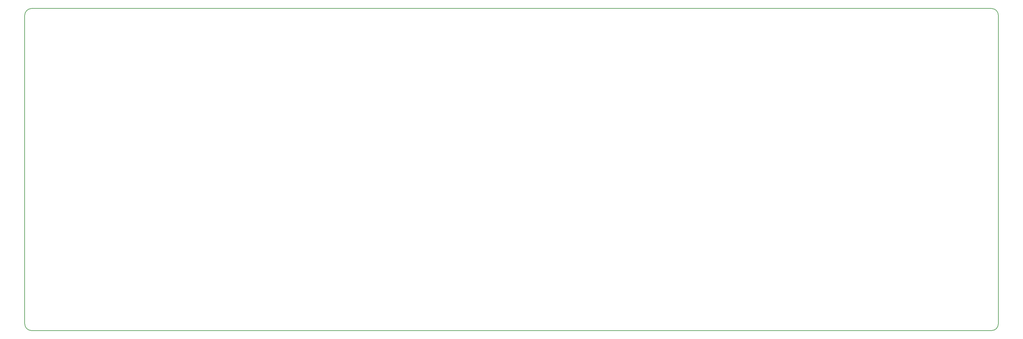
<source format=gbr>
G04 #@! TF.GenerationSoftware,KiCad,Pcbnew,(6.0.4)*
G04 #@! TF.CreationDate,2022-03-30T13:56:44+02:00*
G04 #@! TF.ProjectId,pcb,7063622e-6b69-4636-9164-5f7063625858,rev?*
G04 #@! TF.SameCoordinates,Original*
G04 #@! TF.FileFunction,Profile,NP*
%FSLAX46Y46*%
G04 Gerber Fmt 4.6, Leading zero omitted, Abs format (unit mm)*
G04 Created by KiCad (PCBNEW (6.0.4)) date 2022-03-30 13:56:44*
%MOMM*%
%LPD*%
G01*
G04 APERTURE LIST*
G04 #@! TA.AperFunction,Profile*
%ADD10C,0.200000*%
G04 #@! TD*
G04 APERTURE END LIST*
D10*
X283225000Y-525000D02*
X2525000Y-525000D01*
X2525000Y-525000D02*
G75*
G03*
X525000Y-2525000I0J-2000000D01*
G01*
X283225000Y-94725100D02*
G75*
G03*
X285225000Y-92725064I0J2000000D01*
G01*
X2525000Y-94725064D02*
X283225000Y-94725064D01*
X525000Y-2525000D02*
X525000Y-92725064D01*
X285225000Y-2525000D02*
G75*
G03*
X283225000Y-525000I-2000000J0D01*
G01*
X525006Y-92725064D02*
G75*
G03*
X2525000Y-94725064I1999994J-6D01*
G01*
X285225000Y-92725064D02*
X285225000Y-2525000D01*
M02*

</source>
